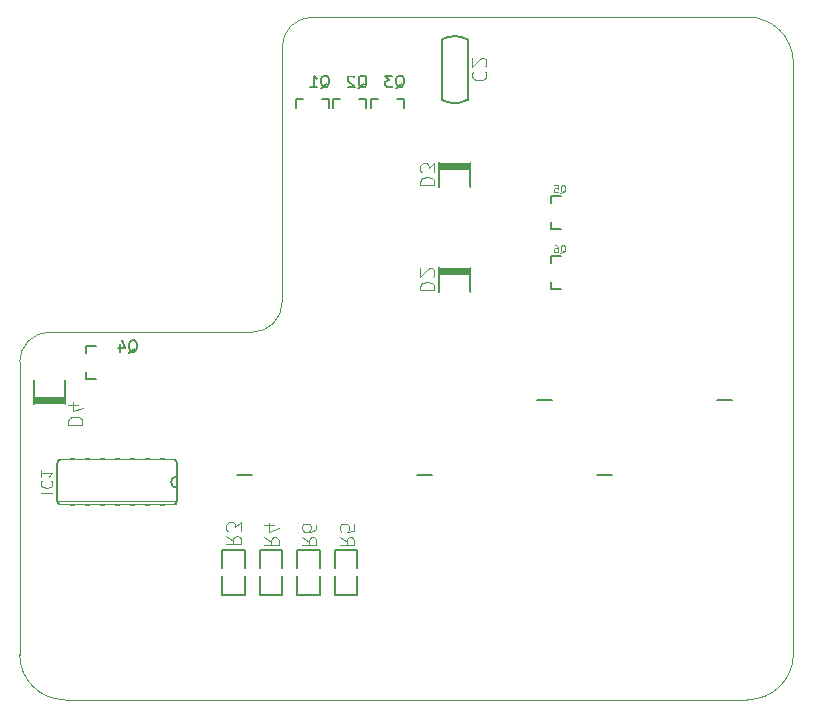
<source format=gbr>
%TF.GenerationSoftware,KiCad,Pcbnew,5.1.5+dfsg1-2~bpo10+1*%
%TF.CreationDate,2020-10-30T12:10:53+01:00*%
%TF.ProjectId,ms_auth_breakout,6d735f61-7574-4685-9f62-7265616b6f75,1.1.0*%
%TF.SameCoordinates,Original*%
%TF.FileFunction,Legend,Bot*%
%TF.FilePolarity,Positive*%
%FSLAX46Y46*%
G04 Gerber Fmt 4.6, Leading zero omitted, Abs format (unit mm)*
G04 Created by KiCad (PCBNEW 5.1.5+dfsg1-2~bpo10+1) date 2020-10-30 12:10:53 commit 8f6b4a8*
%MOMM*%
%LPD*%
G04 APERTURE LIST*
%ADD10C,0.050000*%
%ADD11C,0.050800*%
%ADD12C,0.152400*%
%ADD13C,0.203200*%
%ADD14C,0.127000*%
%ADD15C,0.100000*%
%ADD16C,0.115824*%
%ADD17C,0.096520*%
%ADD18C,0.193040*%
%ADD19C,0.121920*%
%ADD20C,0.101600*%
%ADD21C,2.843200*%
%ADD22C,1.727200*%
%ADD23R,0.863600X2.235200*%
%ADD24C,2.082800*%
%ADD25R,2.082800X2.082800*%
%ADD26C,4.318000*%
%ADD27R,2.003200X1.803200*%
%ADD28O,3.251200X1.727200*%
%ADD29R,1.003200X1.103200*%
%ADD30R,1.103200X1.003200*%
%ADD31C,1.854200*%
%ADD32R,2.603200X2.003200*%
%ADD33R,1.703200X1.503200*%
G04 APERTURE END LIST*
D10*
X119557800Y-133896100D02*
G75*
G02X115747800Y-130086100I0J3810000D01*
G01*
X119557800Y-133896100D02*
X177342800Y-133896100D01*
X181254400Y-130086100D02*
G75*
G02X177342800Y-133896100I-3860800J50800D01*
G01*
X181254400Y-130086100D02*
X181254400Y-79921100D01*
X177342800Y-76111100D02*
G75*
G02X181254400Y-79921100I50800J-3860800D01*
G01*
X177342800Y-76111100D02*
X140512800Y-76111100D01*
X137972800Y-78651100D02*
G75*
G02X140512800Y-76111100I2540000J0D01*
G01*
X137972800Y-78651100D02*
X137972800Y-100241100D01*
X135432800Y-102781100D02*
G75*
G03X137972800Y-100241100I0J2540000D01*
G01*
X135432800Y-102781100D02*
X118287800Y-102781100D01*
X115747800Y-105321100D02*
G75*
G02X118287800Y-102781100I2540000J0D01*
G01*
X115747800Y-105321100D02*
X115747800Y-130086100D01*
D11*
X129082800Y-117081300D02*
X118922800Y-117081300D01*
D12*
X129082800Y-113906300D02*
X129082800Y-117055900D01*
X118922800Y-117055900D02*
X118922800Y-113906300D01*
X128701800Y-117436900D02*
X119303800Y-117436900D01*
X119303800Y-113525300D02*
X128701800Y-113525300D01*
X129082800Y-115989100D02*
G75*
G02X129082800Y-114973100I0J508000D01*
G01*
X128701800Y-117436900D02*
G75*
G03X129082800Y-117055900I0J381000D01*
G01*
X118922800Y-113906300D02*
G75*
G02X119303800Y-113525300I381000J0D01*
G01*
X128701800Y-113525300D02*
G75*
G02X129082800Y-113906300I0J-381000D01*
G01*
X118922800Y-117055900D02*
G75*
G03X119303800Y-117436900I381000J0D01*
G01*
D13*
X165912800Y-114846100D02*
X164642800Y-114846100D01*
X150672800Y-114846100D02*
X149402800Y-114846100D01*
X135432800Y-114846100D02*
X134162800Y-114846100D01*
X174802800Y-108496100D02*
X176072800Y-108496100D01*
D14*
X153689050Y-83096100D02*
X153689050Y-78016100D01*
X151466550Y-78016100D02*
X151466550Y-83096100D01*
X151466550Y-78016101D02*
G75*
G02X153689050Y-78016100I1111250J-1924741D01*
G01*
X153689050Y-83096099D02*
G75*
G02X151466550Y-83096100I-1111250J1924741D01*
G01*
D13*
X139112800Y-83031100D02*
X139112800Y-83831100D01*
X139712800Y-83031100D02*
X139112800Y-83031100D01*
X141912800Y-83031100D02*
X141912800Y-83831100D01*
X141312800Y-83031100D02*
X141912800Y-83031100D01*
X142287800Y-83031100D02*
X142287800Y-83831100D01*
X142887800Y-83031100D02*
X142287800Y-83031100D01*
X145087800Y-83031100D02*
X145087800Y-83831100D01*
X144487800Y-83031100D02*
X145087800Y-83031100D01*
X145462800Y-83031100D02*
X145462800Y-83831100D01*
X146062800Y-83031100D02*
X145462800Y-83031100D01*
X148262800Y-83031100D02*
X148262800Y-83831100D01*
X147662800Y-83031100D02*
X148262800Y-83031100D01*
X121397800Y-106721100D02*
X122197800Y-106721100D01*
X121397800Y-106121100D02*
X121397800Y-106721100D01*
X121397800Y-103921100D02*
X122197800Y-103921100D01*
X121397800Y-104521100D02*
X121397800Y-103921100D01*
X160767800Y-94021100D02*
X161567800Y-94021100D01*
X160767800Y-93421100D02*
X160767800Y-94021100D01*
X160767800Y-91221100D02*
X161567800Y-91221100D01*
X160767800Y-91821100D02*
X160767800Y-91221100D01*
X160767800Y-99101100D02*
X161567800Y-99101100D01*
X160767800Y-98501100D02*
X160767800Y-99101100D01*
X160767800Y-96301100D02*
X161567800Y-96301100D01*
X160767800Y-96901100D02*
X160767800Y-96301100D01*
D15*
G36*
X153802800Y-97271100D02*
G01*
X153802800Y-97946100D01*
X151352800Y-97946100D01*
X151352800Y-97271100D01*
X153802800Y-97271100D01*
G37*
D13*
X153877800Y-99361100D02*
X153877800Y-97301100D01*
X151277800Y-97301100D02*
X151277800Y-99361100D01*
D15*
G36*
X153802800Y-88381100D02*
G01*
X153802800Y-89056100D01*
X151352800Y-89056100D01*
X151352800Y-88381100D01*
X153802800Y-88381100D01*
G37*
D13*
X153877800Y-90471100D02*
X153877800Y-88411100D01*
X151277800Y-88411100D02*
X151277800Y-90471100D01*
D15*
G36*
X117062800Y-108926100D02*
G01*
X117062800Y-108251100D01*
X119512800Y-108251100D01*
X119512800Y-108926100D01*
X117062800Y-108926100D01*
G37*
D13*
X116987800Y-106836100D02*
X116987800Y-108896100D01*
X119587800Y-108896100D02*
X119587800Y-106836100D01*
D14*
X132892800Y-122783600D02*
X132892800Y-121196100D01*
X132892800Y-125006100D02*
X132892800Y-123418600D01*
X134797800Y-123418600D02*
X134797800Y-125006100D01*
X134797800Y-121196100D02*
X134797800Y-122783600D01*
X134797800Y-125006100D02*
X132892800Y-125006100D01*
X132892800Y-121196100D02*
X134797800Y-121196100D01*
X136067800Y-122783600D02*
X136067800Y-121196100D01*
X136067800Y-125006100D02*
X136067800Y-123418600D01*
X137972800Y-123418600D02*
X137972800Y-125006100D01*
X137972800Y-121196100D02*
X137972800Y-122783600D01*
X137972800Y-125006100D02*
X136067800Y-125006100D01*
X136067800Y-121196100D02*
X137972800Y-121196100D01*
X142417800Y-122783600D02*
X142417800Y-121196100D01*
X142417800Y-125006100D02*
X142417800Y-123418600D01*
X144322800Y-123418600D02*
X144322800Y-125006100D01*
X144322800Y-121196100D02*
X144322800Y-122783600D01*
X144322800Y-125006100D02*
X142417800Y-125006100D01*
X142417800Y-121196100D02*
X144322800Y-121196100D01*
X139242800Y-122783600D02*
X139242800Y-121196100D01*
X139242800Y-125006100D02*
X139242800Y-123418600D01*
X141147800Y-123418600D02*
X141147800Y-125006100D01*
X141147800Y-121196100D02*
X141147800Y-122783600D01*
X141147800Y-125006100D02*
X139242800Y-125006100D01*
X139242800Y-121196100D02*
X141147800Y-121196100D01*
D13*
X159562800Y-108496100D02*
X160832800Y-108496100D01*
D16*
X117545961Y-116389533D02*
X118511161Y-116389533D01*
X117637885Y-115378371D02*
X117591923Y-115424333D01*
X117545961Y-115562218D01*
X117545961Y-115654142D01*
X117591923Y-115792028D01*
X117683847Y-115883952D01*
X117775771Y-115929914D01*
X117959619Y-115975876D01*
X118097504Y-115975876D01*
X118281352Y-115929914D01*
X118373276Y-115883952D01*
X118465200Y-115792028D01*
X118511161Y-115654142D01*
X118511161Y-115562218D01*
X118465200Y-115424333D01*
X118419238Y-115378371D01*
X117545961Y-114459133D02*
X117545961Y-115010676D01*
X117545961Y-114734904D02*
X118511161Y-114734904D01*
X118373276Y-114826828D01*
X118281352Y-114918752D01*
X118235390Y-115010676D01*
D17*
X154172357Y-80727695D02*
X154114904Y-80785147D01*
X154057452Y-80957504D01*
X154057452Y-81072409D01*
X154114904Y-81244766D01*
X154229809Y-81359671D01*
X154344714Y-81417123D01*
X154574523Y-81474576D01*
X154746880Y-81474576D01*
X154976690Y-81417123D01*
X155091595Y-81359671D01*
X155206500Y-81244766D01*
X155263952Y-81072409D01*
X155263952Y-80957504D01*
X155206500Y-80785147D01*
X155149047Y-80727695D01*
X155149047Y-80268076D02*
X155206500Y-80210623D01*
X155263952Y-80095718D01*
X155263952Y-79808457D01*
X155206500Y-79693552D01*
X155149047Y-79636099D01*
X155034142Y-79578647D01*
X154919238Y-79578647D01*
X154746880Y-79636099D01*
X154057452Y-80325528D01*
X154057452Y-79578647D01*
D18*
X141239723Y-82126061D02*
X141331647Y-82080100D01*
X141423571Y-81988176D01*
X141561457Y-81850290D01*
X141653380Y-81804328D01*
X141745304Y-81804328D01*
X141699342Y-82034138D02*
X141791266Y-81988176D01*
X141883190Y-81896252D01*
X141929152Y-81712404D01*
X141929152Y-81390671D01*
X141883190Y-81206823D01*
X141791266Y-81114900D01*
X141699342Y-81068938D01*
X141515495Y-81068938D01*
X141423571Y-81114900D01*
X141331647Y-81206823D01*
X141285685Y-81390671D01*
X141285685Y-81712404D01*
X141331647Y-81896252D01*
X141423571Y-81988176D01*
X141515495Y-82034138D01*
X141699342Y-82034138D01*
X140366447Y-82034138D02*
X140917990Y-82034138D01*
X140642219Y-82034138D02*
X140642219Y-81068938D01*
X140734142Y-81206823D01*
X140826066Y-81298747D01*
X140917990Y-81344709D01*
X144414723Y-82126061D02*
X144506647Y-82080100D01*
X144598571Y-81988176D01*
X144736457Y-81850290D01*
X144828380Y-81804328D01*
X144920304Y-81804328D01*
X144874342Y-82034138D02*
X144966266Y-81988176D01*
X145058190Y-81896252D01*
X145104152Y-81712404D01*
X145104152Y-81390671D01*
X145058190Y-81206823D01*
X144966266Y-81114900D01*
X144874342Y-81068938D01*
X144690495Y-81068938D01*
X144598571Y-81114900D01*
X144506647Y-81206823D01*
X144460685Y-81390671D01*
X144460685Y-81712404D01*
X144506647Y-81896252D01*
X144598571Y-81988176D01*
X144690495Y-82034138D01*
X144874342Y-82034138D01*
X144092990Y-81160861D02*
X144047028Y-81114900D01*
X143955104Y-81068938D01*
X143725295Y-81068938D01*
X143633371Y-81114900D01*
X143587409Y-81160861D01*
X143541447Y-81252785D01*
X143541447Y-81344709D01*
X143587409Y-81482595D01*
X144138952Y-82034138D01*
X143541447Y-82034138D01*
X147589723Y-82126061D02*
X147681647Y-82080100D01*
X147773571Y-81988176D01*
X147911457Y-81850290D01*
X148003380Y-81804328D01*
X148095304Y-81804328D01*
X148049342Y-82034138D02*
X148141266Y-81988176D01*
X148233190Y-81896252D01*
X148279152Y-81712404D01*
X148279152Y-81390671D01*
X148233190Y-81206823D01*
X148141266Y-81114900D01*
X148049342Y-81068938D01*
X147865495Y-81068938D01*
X147773571Y-81114900D01*
X147681647Y-81206823D01*
X147635685Y-81390671D01*
X147635685Y-81712404D01*
X147681647Y-81896252D01*
X147773571Y-81988176D01*
X147865495Y-82034138D01*
X148049342Y-82034138D01*
X147313952Y-81068938D02*
X146716447Y-81068938D01*
X147038180Y-81436633D01*
X146900295Y-81436633D01*
X146808371Y-81482595D01*
X146762409Y-81528557D01*
X146716447Y-81620480D01*
X146716447Y-81850290D01*
X146762409Y-81942214D01*
X146808371Y-81988176D01*
X146900295Y-82034138D01*
X147176066Y-82034138D01*
X147267990Y-81988176D01*
X147313952Y-81942214D01*
X124991923Y-104545961D02*
X125083847Y-104500000D01*
X125175771Y-104408076D01*
X125313657Y-104270190D01*
X125405580Y-104224228D01*
X125497504Y-104224228D01*
X125451542Y-104454038D02*
X125543466Y-104408076D01*
X125635390Y-104316152D01*
X125681352Y-104132304D01*
X125681352Y-103810571D01*
X125635390Y-103626723D01*
X125543466Y-103534800D01*
X125451542Y-103488838D01*
X125267695Y-103488838D01*
X125175771Y-103534800D01*
X125083847Y-103626723D01*
X125037885Y-103810571D01*
X125037885Y-104132304D01*
X125083847Y-104316152D01*
X125175771Y-104408076D01*
X125267695Y-104454038D01*
X125451542Y-104454038D01*
X124210571Y-103810571D02*
X124210571Y-104454038D01*
X124440380Y-103442876D02*
X124670190Y-104132304D01*
X124072685Y-104132304D01*
D19*
X161522954Y-90997677D02*
X161578108Y-90970100D01*
X161633262Y-90914945D01*
X161715994Y-90832214D01*
X161771148Y-90804637D01*
X161826302Y-90804637D01*
X161798725Y-90942522D02*
X161853880Y-90914945D01*
X161909034Y-90859791D01*
X161936611Y-90749482D01*
X161936611Y-90556442D01*
X161909034Y-90446134D01*
X161853880Y-90390980D01*
X161798725Y-90363402D01*
X161688417Y-90363402D01*
X161633262Y-90390980D01*
X161578108Y-90446134D01*
X161550531Y-90556442D01*
X161550531Y-90749482D01*
X161578108Y-90859791D01*
X161633262Y-90914945D01*
X161688417Y-90942522D01*
X161798725Y-90942522D01*
X161026565Y-90363402D02*
X161302337Y-90363402D01*
X161329914Y-90639174D01*
X161302337Y-90611597D01*
X161247182Y-90584020D01*
X161109297Y-90584020D01*
X161054142Y-90611597D01*
X161026565Y-90639174D01*
X160998988Y-90694328D01*
X160998988Y-90832214D01*
X161026565Y-90887368D01*
X161054142Y-90914945D01*
X161109297Y-90942522D01*
X161247182Y-90942522D01*
X161302337Y-90914945D01*
X161329914Y-90887368D01*
X161522954Y-96077677D02*
X161578108Y-96050100D01*
X161633262Y-95994945D01*
X161715994Y-95912214D01*
X161771148Y-95884637D01*
X161826302Y-95884637D01*
X161798725Y-96022522D02*
X161853880Y-95994945D01*
X161909034Y-95939791D01*
X161936611Y-95829482D01*
X161936611Y-95636442D01*
X161909034Y-95526134D01*
X161853880Y-95470980D01*
X161798725Y-95443402D01*
X161688417Y-95443402D01*
X161633262Y-95470980D01*
X161578108Y-95526134D01*
X161550531Y-95636442D01*
X161550531Y-95829482D01*
X161578108Y-95939791D01*
X161633262Y-95994945D01*
X161688417Y-96022522D01*
X161798725Y-96022522D01*
X161054142Y-95443402D02*
X161164451Y-95443402D01*
X161219605Y-95470980D01*
X161247182Y-95498557D01*
X161302337Y-95581288D01*
X161329914Y-95691597D01*
X161329914Y-95912214D01*
X161302337Y-95967368D01*
X161274760Y-95994945D01*
X161219605Y-96022522D01*
X161109297Y-96022522D01*
X161054142Y-95994945D01*
X161026565Y-95967368D01*
X160998988Y-95912214D01*
X160998988Y-95774328D01*
X161026565Y-95719174D01*
X161054142Y-95691597D01*
X161109297Y-95664020D01*
X161219605Y-95664020D01*
X161274760Y-95691597D01*
X161302337Y-95719174D01*
X161329914Y-95774328D01*
D17*
X149657452Y-99231023D02*
X150863952Y-99231023D01*
X150863952Y-98943761D01*
X150806500Y-98771404D01*
X150691595Y-98656499D01*
X150576690Y-98599047D01*
X150346880Y-98541595D01*
X150174523Y-98541595D01*
X149944714Y-98599047D01*
X149829809Y-98656499D01*
X149714904Y-98771404D01*
X149657452Y-98943761D01*
X149657452Y-99231023D01*
X150749047Y-98081976D02*
X150806500Y-98024523D01*
X150863952Y-97909618D01*
X150863952Y-97622357D01*
X150806500Y-97507452D01*
X150749047Y-97449999D01*
X150634142Y-97392547D01*
X150519238Y-97392547D01*
X150346880Y-97449999D01*
X149657452Y-98139428D01*
X149657452Y-97392547D01*
X149657452Y-90331023D02*
X150863952Y-90331023D01*
X150863952Y-90043761D01*
X150806500Y-89871404D01*
X150691595Y-89756499D01*
X150576690Y-89699047D01*
X150346880Y-89641595D01*
X150174523Y-89641595D01*
X149944714Y-89699047D01*
X149829809Y-89756499D01*
X149714904Y-89871404D01*
X149657452Y-90043761D01*
X149657452Y-90331023D01*
X150863952Y-89239428D02*
X150863952Y-88492547D01*
X150404333Y-88894714D01*
X150404333Y-88722357D01*
X150346880Y-88607452D01*
X150289428Y-88549999D01*
X150174523Y-88492547D01*
X149887261Y-88492547D01*
X149772357Y-88549999D01*
X149714904Y-88607452D01*
X149657452Y-88722357D01*
X149657452Y-89067071D01*
X149714904Y-89181976D01*
X149772357Y-89239428D01*
D20*
X119857452Y-110634325D02*
X121063952Y-110634325D01*
X121063952Y-110347063D01*
X121006500Y-110174706D01*
X120891595Y-110059801D01*
X120776690Y-110002349D01*
X120546880Y-109944897D01*
X120374523Y-109944897D01*
X120144714Y-110002349D01*
X120029809Y-110059801D01*
X119914904Y-110174706D01*
X119857452Y-110347063D01*
X119857452Y-110634325D01*
X120661785Y-108910754D02*
X119857452Y-108910754D01*
X121121404Y-109198016D02*
X120259619Y-109485278D01*
X120259619Y-108738397D01*
D17*
X133257452Y-120041595D02*
X133831976Y-120443761D01*
X133257452Y-120731023D02*
X134463952Y-120731023D01*
X134463952Y-120271404D01*
X134406500Y-120156499D01*
X134349047Y-120099047D01*
X134234142Y-120041595D01*
X134061785Y-120041595D01*
X133946880Y-120099047D01*
X133889428Y-120156499D01*
X133831976Y-120271404D01*
X133831976Y-120731023D01*
X134463952Y-119639428D02*
X134463952Y-118892547D01*
X134004333Y-119294714D01*
X134004333Y-119122357D01*
X133946880Y-119007452D01*
X133889428Y-118949999D01*
X133774523Y-118892547D01*
X133487261Y-118892547D01*
X133372357Y-118949999D01*
X133314904Y-119007452D01*
X133257452Y-119122357D01*
X133257452Y-119467071D01*
X133314904Y-119581976D01*
X133372357Y-119639428D01*
X136457452Y-120141595D02*
X137031976Y-120543761D01*
X136457452Y-120831023D02*
X137663952Y-120831023D01*
X137663952Y-120371404D01*
X137606500Y-120256499D01*
X137549047Y-120199047D01*
X137434142Y-120141595D01*
X137261785Y-120141595D01*
X137146880Y-120199047D01*
X137089428Y-120256499D01*
X137031976Y-120371404D01*
X137031976Y-120831023D01*
X137261785Y-119107452D02*
X136457452Y-119107452D01*
X137721404Y-119394714D02*
X136859619Y-119681976D01*
X136859619Y-118935095D01*
X142857452Y-120141595D02*
X143431976Y-120543761D01*
X142857452Y-120831023D02*
X144063952Y-120831023D01*
X144063952Y-120371404D01*
X144006500Y-120256499D01*
X143949047Y-120199047D01*
X143834142Y-120141595D01*
X143661785Y-120141595D01*
X143546880Y-120199047D01*
X143489428Y-120256499D01*
X143431976Y-120371404D01*
X143431976Y-120831023D01*
X144063952Y-119049999D02*
X144063952Y-119624523D01*
X143489428Y-119681976D01*
X143546880Y-119624523D01*
X143604333Y-119509618D01*
X143604333Y-119222357D01*
X143546880Y-119107452D01*
X143489428Y-119049999D01*
X143374523Y-118992547D01*
X143087261Y-118992547D01*
X142972357Y-119049999D01*
X142914904Y-119107452D01*
X142857452Y-119222357D01*
X142857452Y-119509618D01*
X142914904Y-119624523D01*
X142972357Y-119681976D01*
X139657452Y-120141595D02*
X140231976Y-120543761D01*
X139657452Y-120831023D02*
X140863952Y-120831023D01*
X140863952Y-120371404D01*
X140806500Y-120256499D01*
X140749047Y-120199047D01*
X140634142Y-120141595D01*
X140461785Y-120141595D01*
X140346880Y-120199047D01*
X140289428Y-120256499D01*
X140231976Y-120371404D01*
X140231976Y-120831023D01*
X140863952Y-119107452D02*
X140863952Y-119337261D01*
X140806500Y-119452166D01*
X140749047Y-119509618D01*
X140576690Y-119624523D01*
X140346880Y-119681976D01*
X139887261Y-119681976D01*
X139772357Y-119624523D01*
X139714904Y-119567071D01*
X139657452Y-119452166D01*
X139657452Y-119222357D01*
X139714904Y-119107452D01*
X139772357Y-119049999D01*
X139887261Y-118992547D01*
X140174523Y-118992547D01*
X140289428Y-119049999D01*
X140346880Y-119107452D01*
X140404333Y-119222357D01*
X140404333Y-119452166D01*
X140346880Y-119567071D01*
X140289428Y-119624523D01*
X140174523Y-119681976D01*
%LPC*%
D21*
X177749200Y-128816100D03*
X119761000Y-128816100D03*
X177749200Y-79794100D03*
D22*
X124637800Y-130086100D03*
X124637800Y-127546100D03*
X127177800Y-130086100D03*
X127177800Y-127546100D03*
X129717800Y-130086100D03*
X129717800Y-127546100D03*
X132257800Y-130086100D03*
X132257800Y-127546100D03*
X134797800Y-130086100D03*
X134797800Y-127546100D03*
X137337800Y-130086100D03*
X137337800Y-127546100D03*
X139877800Y-130086100D03*
X139877800Y-127546100D03*
X142417800Y-130086100D03*
X142417800Y-127546100D03*
X144957800Y-130086100D03*
X144957800Y-127546100D03*
X147497800Y-130086100D03*
X147497800Y-127546100D03*
X150037800Y-130086100D03*
X150037800Y-127546100D03*
X152577800Y-130086100D03*
X152577800Y-127546100D03*
X155117800Y-130086100D03*
X155117800Y-127546100D03*
X157657800Y-130086100D03*
X157657800Y-127546100D03*
X160197800Y-130086100D03*
X160197800Y-127546100D03*
X162737800Y-130086100D03*
X162737800Y-127546100D03*
X165277800Y-130086100D03*
X165277800Y-127546100D03*
X167817800Y-130086100D03*
X167817800Y-127546100D03*
X170357800Y-130086100D03*
X170357800Y-127546100D03*
X172897800Y-130086100D03*
X172897800Y-127546100D03*
D23*
X119557800Y-112407700D03*
X119557800Y-118554500D03*
X120827800Y-112407700D03*
X122097800Y-112407700D03*
X120827800Y-118554500D03*
X122097800Y-118554500D03*
X123367800Y-112407700D03*
X123367800Y-118554500D03*
X124637800Y-112407700D03*
X124637800Y-118554500D03*
X125907800Y-112407700D03*
X127177800Y-112407700D03*
X125907800Y-118554500D03*
X127177800Y-118554500D03*
X128447800Y-112407700D03*
X128447800Y-118554500D03*
D24*
X165087300Y-85636100D03*
D25*
X162293300Y-85636100D03*
D24*
X175437800Y-116116100D03*
X172897800Y-116370100D03*
X170357800Y-116116100D03*
X167817800Y-116370100D03*
X165277800Y-116116100D03*
X160197800Y-116116100D03*
X157657800Y-116370100D03*
X155117800Y-116116100D03*
X152577800Y-116370100D03*
X150037800Y-116116100D03*
X144957800Y-116116100D03*
X142417800Y-116370100D03*
X139877800Y-116116100D03*
X137337800Y-116370100D03*
X134797800Y-116116100D03*
X165277800Y-107226100D03*
X167817800Y-106972100D03*
X170357800Y-107226100D03*
X172897800Y-106972100D03*
X175437800Y-107226100D03*
X124637800Y-107353100D03*
X127177800Y-107099100D03*
D25*
X129717800Y-107353100D03*
D26*
X173627800Y-83779500D03*
X177770800Y-87515700D03*
X170450000Y-87541100D03*
D27*
X152577800Y-81956100D03*
X152577800Y-79156100D03*
D28*
X178612800Y-93891100D03*
X178612800Y-96431100D03*
X178612800Y-98971100D03*
X178612800Y-101511100D03*
D29*
X140512800Y-82631100D03*
X139562800Y-84731100D03*
X141462800Y-84731100D03*
X143687800Y-82631100D03*
X142737800Y-84731100D03*
X144637800Y-84731100D03*
X146862800Y-82631100D03*
X145912800Y-84731100D03*
X147812800Y-84731100D03*
D30*
X120997800Y-105321100D03*
X123097800Y-106271100D03*
X123097800Y-104371100D03*
X160367800Y-92621100D03*
X162467800Y-93571100D03*
X162467800Y-91671100D03*
X160367800Y-97701100D03*
X162467800Y-98651100D03*
X162467800Y-96751100D03*
D31*
X147497800Y-91986100D03*
X150037800Y-91986100D03*
X157657800Y-91986100D03*
X157657800Y-86906100D03*
X150037800Y-86906100D03*
X147497800Y-86906100D03*
X147497800Y-100876100D03*
X150037800Y-100876100D03*
X157657800Y-100876100D03*
X157657800Y-95796100D03*
X150037800Y-95796100D03*
X147497800Y-95796100D03*
D24*
X141782800Y-95669100D03*
D25*
X141782800Y-98463100D03*
D24*
X141782800Y-88049100D03*
D25*
X141782800Y-90843100D03*
D24*
X148767800Y-80048100D03*
X146227800Y-79794100D03*
X143687800Y-80048100D03*
D25*
X141147800Y-79794100D03*
D32*
X152577800Y-100361100D03*
X152577800Y-96311100D03*
X152577800Y-91471100D03*
X152577800Y-87421100D03*
X118287800Y-105836100D03*
X118287800Y-109886100D03*
D33*
X133845300Y-124051100D03*
X133845300Y-122151100D03*
X137020300Y-124051100D03*
X137020300Y-122151100D03*
X143370300Y-124051100D03*
X143370300Y-122151100D03*
X140195300Y-124051100D03*
X140195300Y-122151100D03*
D24*
X147497800Y-106972100D03*
X150037800Y-107226100D03*
X152577800Y-106972100D03*
X155117800Y-107226100D03*
X157657800Y-106972100D03*
X160197800Y-107226100D03*
M02*

</source>
